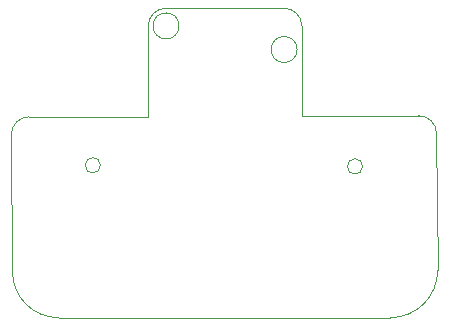
<source format=gm1>
G04 #@! TF.GenerationSoftware,KiCad,Pcbnew,(6.0.10)*
G04 #@! TF.CreationDate,2023-07-05T14:15:12+02:00*
G04 #@! TF.ProjectId,USB-Tag,5553422d-5461-4672-9e6b-696361645f70,rev?*
G04 #@! TF.SameCoordinates,Original*
G04 #@! TF.FileFunction,Profile,NP*
%FSLAX46Y46*%
G04 Gerber Fmt 4.6, Leading zero omitted, Abs format (unit mm)*
G04 Created by KiCad (PCBNEW (6.0.10)) date 2023-07-05 14:15:12*
%MOMM*%
%LPD*%
G01*
G04 APERTURE LIST*
G04 #@! TA.AperFunction,Profile*
%ADD10C,0.100000*%
G04 #@! TD*
G04 APERTURE END LIST*
D10*
X149700000Y-91700000D02*
X159600000Y-91700000D01*
X161200000Y-104800000D02*
X161100000Y-93200000D01*
X126600000Y-91800000D02*
X136700000Y-91800000D01*
X154850000Y-96000000D02*
G75*
G03*
X154850000Y-96000000I-650000J0D01*
G01*
X139300000Y-84100000D02*
G75*
G03*
X139300000Y-84100000I-1100000J0D01*
G01*
X126600000Y-91800000D02*
G75*
G03*
X125100000Y-93300000I0J-1500000D01*
G01*
X138200000Y-82600000D02*
X148200000Y-82600000D01*
X149300000Y-86100000D02*
G75*
G03*
X149300000Y-86100000I-1100000J0D01*
G01*
X149700000Y-91700000D02*
X149700000Y-84100000D01*
X125200000Y-104900000D02*
G75*
G03*
X129100000Y-108800000I3900000J0D01*
G01*
X136700000Y-91800000D02*
X136700000Y-84100000D01*
X138200000Y-82600000D02*
G75*
G03*
X136700000Y-84100000I0J-1500000D01*
G01*
X132650000Y-95900000D02*
G75*
G03*
X132650000Y-95900000I-650000J0D01*
G01*
X129100000Y-108800000D02*
X157200000Y-108800000D01*
X125200000Y-104900000D02*
X125100000Y-93300000D01*
X157200000Y-108800000D02*
G75*
G03*
X161200000Y-104800000I0J4000000D01*
G01*
X149700000Y-84100000D02*
G75*
G03*
X148200000Y-82600000I-1500000J0D01*
G01*
X161100000Y-93200000D02*
G75*
G03*
X159600000Y-91700000I-1500000J0D01*
G01*
M02*

</source>
